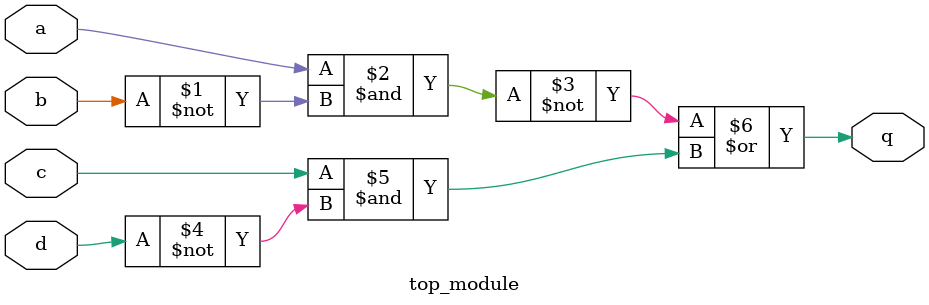
<source format=sv>
module top_module (
	input a, 
	input b, 
	input c, 
	input d,
	output q
);
	
	assign q = ~(a & ~b) | (c & ~d);
	
endmodule

</source>
